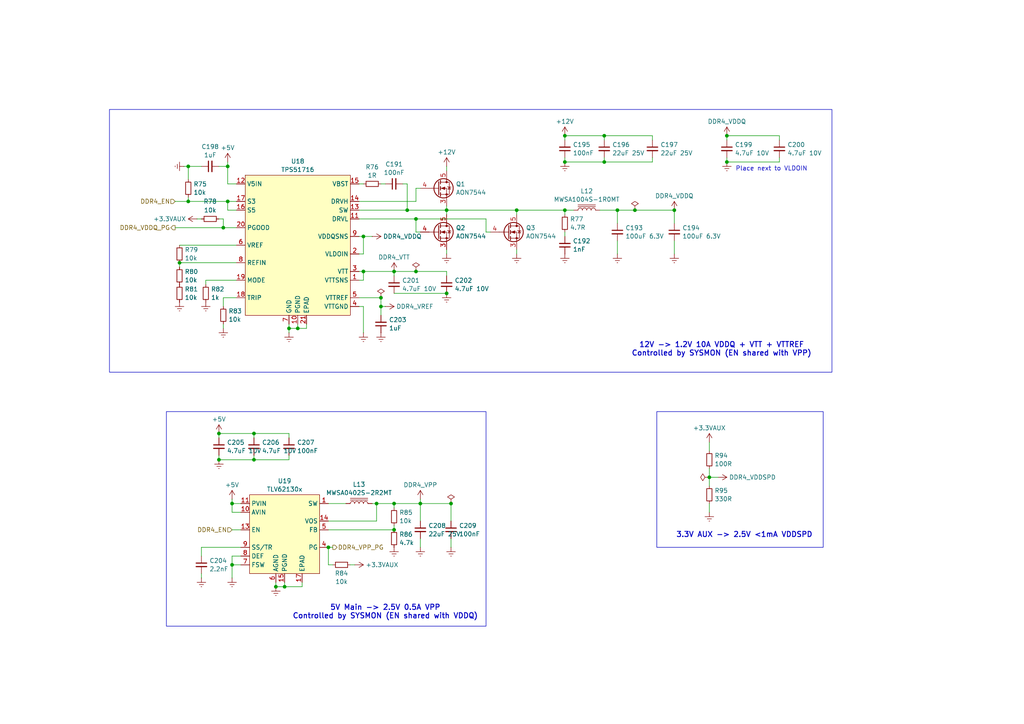
<source format=kicad_sch>
(kicad_sch (version 20231120) (generator "eeschema") (generator_version "8.0")
  (paper "A4")
  (title_block (title "Power DDR4 SODIMM"))
  (lib_symbols
    (symbol "CHIPSAlliance_Power:PWR_FLAG" (power) (pin_numbers hide) (pin_names (offset 0) hide)
      (property "Value" "PWR_FLAG" (at 0 3.81 0))
      (symbol "PWR_FLAG_0_0"
        (pin power_out line (at 0 0 90) (length 0) (name "pwr") (number "1"))
      )
      (symbol "PWR_FLAG_0_1"
        (polyline (pts (xy 0 0) (xy 0 1.27) (xy -1.016 1.905) (xy 0 2.54) (xy 1.016 1.905) (xy 0 1.27)))
      )
    )
    (symbol "CHIPSAlliance_Regulator_Switching:TLV62130x"
      (property "Reference" "U" (at 0 13.97 0))
      (property "Value" "TLV62130x" (at 0 11.43 0))
      (symbol "TLV62130x_0_0"
        (pin output line (at 12.7 7.62 180) (length 2.54) (name "SW") (number "1"))
        (pin power_in line (at -12.7 5.08 0) (length 2.54) (name "AVIN") (number "10"))
        (pin power_in line (at -12.7 7.62 0) (length 2.54) (name "PVIN") (number "11"))
        (pin passive line (at -12.7 7.62 0) (length 2.54) hide (name "PVIN") (number "12"))
        (pin input line (at -12.7 0 0) (length 2.54) (name "EN") (number "13"))
        (pin input line (at 12.7 2.54 180) (length 2.54) (name "VOS") (number "14"))
        (pin power_in line (at 0 -15.24 90) (length 2.54) (name "PGND") (number "15"))
        (pin passive line (at 0 -15.24 90) (length 2.54) hide (name "PGND") (number "16"))
        (pin power_in line (at 5.08 -15.24 90) (length 2.54) (name "EPAD") (number "17"))
        (pin passive line (at 12.7 7.62 180) (length 2.54) hide (name "SW") (number "2"))
        (pin passive line (at 12.7 7.62 180) (length 2.54) hide (name "SW") (number "3"))
        (pin open_collector line (at 12.7 -5.08 180) (length 2.54) (name "PG") (number "4"))
        (pin input line (at 12.7 0 180) (length 2.54) (name "FB") (number "5"))
        (pin power_in line (at -2.54 -15.24 90) (length 2.54) (name "AGND") (number "6"))
        (pin input line (at -12.7 -10.16 0) (length 2.54) (name "FSW") (number "7"))
        (pin input line (at -12.7 -7.62 0) (length 2.54) (name "DEF") (number "8"))
        (pin input line (at -12.7 -5.08 0) (length 2.54) (name "SS/TR") (number "9"))
      )
      (symbol "TLV62130x_1_1"
        (rectangle (start -10.16 10.16) (end 10.16 -12.7) (fill (type background)))
      )
    )
    (symbol "CHIPSAlliance_Regulator_Switching:TPS51716"
      (property "Reference" "U" (at 0 17.145 0))
      (property "Value" "TPS51716" (at 0 14.605 0))
      (symbol "TPS51716_0_0"
        (pin input line (at 17.78 -17.78 180) (length 2.54) (name "VTTSNS") (number "1"))
        (pin power_in line (at 0 -30.48 90) (length 2.54) (name "PGND") (number "10"))
        (pin output line (at 17.78 0 180) (length 2.54) (name "DRVL") (number "11"))
        (pin power_in line (at -17.78 10.16 0) (length 2.54) (name "V5IN") (number "12"))
        (pin bidirectional line (at 17.78 2.54 180) (length 2.54) (name "SW") (number "13"))
        (pin output line (at 17.78 5.08 180) (length 2.54) (name "DRVH") (number "14"))
        (pin input line (at 17.78 10.16 180) (length 2.54) (name "VBST") (number "15"))
        (pin input line (at -17.78 2.54 0) (length 2.54) (name "S5") (number "16"))
        (pin input line (at -17.78 5.08 0) (length 2.54) (name "S3") (number "17"))
        (pin input line (at -17.78 -22.86 0) (length 2.54) (name "TRIP") (number "18"))
        (pin input line (at -17.78 -17.78 0) (length 2.54) (name "MODE") (number "19"))
        (pin input line (at 17.78 -10.16 180) (length 2.54) (name "VLDOIN") (number "2"))
        (pin open_collector line (at -17.78 -2.54 0) (length 2.54) (name "PGOOD") (number "20"))
        (pin power_in line (at 2.54 -30.48 90) (length 2.54) (name "EPAD") (number "21"))
        (pin power_out line (at 17.78 -15.24 180) (length 2.54) (name "VTT") (number "3"))
        (pin power_in line (at 17.78 -25.4 180) (length 2.54) (name "VTTGND") (number "4"))
        (pin power_out line (at 17.78 -22.86 180) (length 2.54) (name "VTTREF") (number "5"))
        (pin power_out line (at -17.78 -7.62 0) (length 2.54) (name "VREF") (number "6"))
        (pin power_in line (at -2.54 -30.48 90) (length 2.54) (name "GND") (number "7"))
        (pin input line (at -17.78 -12.7 0) (length 2.54) (name "REFIN") (number "8"))
        (pin input line (at 17.78 -5.08 180) (length 2.54) (name "VDDQSNS") (number "9"))
      )
      (symbol "TPS51716_1_1"
        (rectangle (start -15.24 12.7) (end 15.24 -27.94) (fill (type background)))
      )
    )
    (symbol "CHIPSAlliance_Transistor_FET:AON7544" (pin_names (offset 0) hide)
      (property "Reference" "Q" (at 5.08 1.27 0))
      (property "Value" "AON7544" (at 5.08 -1.27 0))
      (symbol "AON7544_0_1"
        (polyline (pts (xy 0.254 0) (xy -2.54 0)))
        (polyline (pts (xy 0.254 1.905) (xy 0.254 -1.905)) (stroke (width 0.254)))
        (polyline (pts (xy 0.762 -1.27) (xy 0.762 -2.286)) (stroke (width 0.254)))
        (polyline (pts (xy 0.762 0.508) (xy 0.762 -0.508)) (stroke (width 0.254)))
        (polyline (pts (xy 0.762 2.286) (xy 0.762 1.27)) (stroke (width 0.254)))
        (polyline (pts (xy 2.54 2.54) (xy 2.54 1.778)))
        (polyline (pts (xy 2.54 -2.54) (xy 2.54 0) (xy 0.762 0)))
        (polyline (pts (xy 0.762 -1.778) (xy 3.302 -1.778) (xy 3.302 1.778) (xy 0.762 1.778)))
        (polyline (pts (xy 1.016 0) (xy 2.032 0.381) (xy 2.032 -0.381) (xy 1.016 0)) (fill (type outline)))
        (polyline (pts (xy 2.794 0.508) (xy 2.921 0.381) (xy 3.683 0.381) (xy 3.81 0.254)))
        (polyline (pts (xy 3.302 0.381) (xy 2.921 -0.254) (xy 3.683 -0.254) (xy 3.302 0.381)))
        (circle (center 1.651 0) (radius 2.794) (stroke (width 0.254)))
        (circle (center 2.54 -1.778) (radius 0.254) (fill (type outline)))
        (circle (center 2.54 1.778) (radius 0.254) (fill (type outline)))
      )
      (symbol "AON7544_1_1"
        (pin passive line (at 2.54 -5.08 90) (length 2.54) hide (name "S") (number "1"))
        (pin passive line (at 2.54 -5.08 90) (length 2.54) hide (name "S") (number "2"))
        (pin passive line (at 2.54 -5.08 90) (length 2.54) (name "S") (number "3"))
        (pin input line (at -5.08 0 0) (length 2.54) (name "G") (number "4"))
        (pin passive line (at 2.54 5.08 270) (length 2.54) (name "D") (number "5"))
      )
    )
    (symbol "Device:C_Small" (pin_numbers hide) (pin_names (offset 0.254) hide)
      (property "Reference" "C" (at 0.254 1.778 0))
      (property "Value" "C_Small" (at 0.254 -2.032 0))
      (symbol "C_Small_0_1"
        (polyline (pts (xy -1.524 -0.508) (xy 1.524 -0.508)) (stroke (width 0.3302)))
        (polyline (pts (xy -1.524 0.508) (xy 1.524 0.508)) (stroke (width 0.3048)))
      )
      (symbol "C_Small_1_1"
        (pin passive line (at 0 2.54 270) (length 2.032) (name "~") (number "1"))
        (pin passive line (at 0 -2.54 90) (length 2.032) (name "~") (number "2"))
      )
    )
    (symbol "Device:L_Iron" (pin_numbers hide) (pin_names (offset 1.016) hide)
      (property "Reference" "L" (at -1.27 0 90))
      (property "Value" "L_Iron" (at 2.794 0 90))
      (symbol "L_Iron_0_1"
        (arc (start 0 -2.54) (mid 0.6323 -1.905) (end 0 -1.27))
        (arc (start 0 -1.27) (mid 0.6323 -0.635) (end 0 0))
        (polyline (pts (xy 1.016 2.54) (xy 1.016 -2.54)))
        (polyline (pts (xy 1.524 -2.54) (xy 1.524 2.54)))
        (arc (start 0 0) (mid 0.6323 0.635) (end 0 1.27))
        (arc (start 0 1.27) (mid 0.6323 1.905) (end 0 2.54))
      )
      (symbol "L_Iron_1_1"
        (pin passive line (at 0 3.81 270) (length 1.27) (name "1") (number "1"))
        (pin passive line (at 0 -3.81 90) (length 1.27) (name "2") (number "2"))
      )
    )
    (symbol "Device:R_Small" (pin_numbers hide) (pin_names (offset 0.254) hide)
      (property "Reference" "R" (at 0.762 0.508 0))
      (property "Value" "R_Small" (at 0.762 -1.016 0))
      (symbol "R_Small_0_1"
        (rectangle (start -0.762 1.778) (end 0.762 -1.778) (stroke (width 0.2032)))
      )
      (symbol "R_Small_1_1"
        (pin passive line (at 0 2.54 270) (length 0.762) (name "~") (number "1"))
        (pin passive line (at 0 -2.54 90) (length 0.762) (name "~") (number "2"))
      )
    )
    (symbol "power:+12V" (power) (pin_numbers hide) (pin_names (offset 0) hide)
      (property "Value" "+12V" (at 0 3.556 0))
      (symbol "+12V_0_1"
        (polyline (pts (xy -0.762 1.27) (xy 0 2.54)))
        (polyline (pts (xy 0 0) (xy 0 2.54)))
        (polyline (pts (xy 0 2.54) (xy 0.762 1.27)))
      )
      (symbol "+12V_1_1"
        (pin power_in line (at 0 0 90) (length 0) (name "~") (number "1"))
      )
    )
    (symbol "power:+5V" (power) (pin_numbers hide) (pin_names (offset 0) hide)
      (property "Value" "+5V" (at 0 3.556 0))
      (symbol "+5V_0_1"
        (polyline (pts (xy -0.762 1.27) (xy 0 2.54)))
        (polyline (pts (xy 0 0) (xy 0 2.54)))
        (polyline (pts (xy 0 2.54) (xy 0.762 1.27)))
      )
      (symbol "+5V_1_1"
        (pin power_in line (at 0 0 90) (length 0) (name "~") (number "1"))
      )
    )
    (symbol "power:Earth" (power) (pin_numbers hide) (pin_names (offset 0) hide)
      (property "Value" "Earth" (at 0 -3.81 0))
      (symbol "Earth_0_1"
        (polyline (pts (xy -0.635 -1.905) (xy 0.635 -1.905)))
        (polyline (pts (xy -0.127 -2.54) (xy 0.127 -2.54)))
        (polyline (pts (xy 0 -1.27) (xy 0 0)))
        (polyline (pts (xy 1.27 -1.27) (xy -1.27 -1.27)))
      )
      (symbol "Earth_1_1"
        (pin power_in line (at 0 0 270) (length 0) (name "~") (number "1"))
      )
    )
  )
  (junction (at 109.22 146.05))
  (junction (at 114.3 153.67))
  (junction (at 129.54 60.96))
  (junction (at 105.41 68.58))
  (junction (at 80.01 170.18))
  (junction (at 52.07 76.2))
  (junction (at 120.65 63.5))
  (junction (at 118.11 60.96))
  (junction (at 210.82 46.99))
  (junction (at 73.66 125.73))
  (junction (at 184.15 60.96))
  (junction (at 64.77 66.04))
  (junction (at 175.26 46.99))
  (junction (at 67.31 146.05))
  (junction (at 195.58 60.96))
  (junction (at 54.61 48.26))
  (junction (at 179.07 60.96))
  (junction (at 95.25 158.75))
  (junction (at 205.74 138.43))
  (junction (at 120.65 78.74))
  (junction (at 82.55 170.18))
  (junction (at 67.31 163.83))
  (junction (at 163.83 46.99))
  (junction (at 63.5 133.35))
  (junction (at 210.82 39.37))
  (junction (at 73.66 133.35))
  (junction (at 114.3 146.05))
  (junction (at 130.81 146.05))
  (junction (at 54.61 58.42))
  (junction (at 110.49 86.36))
  (junction (at 121.92 146.05))
  (junction (at 149.86 60.96))
  (junction (at 114.3 78.74))
  (junction (at 110.49 88.9))
  (junction (at 63.5 125.73))
  (junction (at 163.83 39.37))
  (junction (at 66.04 48.26))
  (junction (at 129.54 85.09))
  (junction (at 66.04 58.42))
  (junction (at 175.26 39.37))
  (junction (at 86.36 95.25))
  (junction (at 83.82 95.25))
  (junction (at 163.83 60.96))
  (junction (at 105.41 78.74))
  (wire (pts (xy 205.74 135.89) (xy 205.74 138.43)))
  (wire (pts (xy 67.31 161.29) (xy 69.85 161.29)))
  (wire (pts (xy 68.58 53.34) (xy 66.04 53.34)))
  (wire (pts (xy 88.9 95.25) (xy 86.36 95.25)))
  (wire (pts (xy 52.07 77.47) (xy 52.07 76.2)))
  (wire (pts (xy 205.74 138.43) (xy 208.28 138.43)))
  (wire (pts (xy 67.31 146.05) (xy 67.31 144.78)))
  (wire (pts (xy 129.54 60.96) (xy 149.86 60.96)))
  (wire (pts (xy 130.81 151.13) (xy 130.81 146.05)))
  (wire (pts (xy 54.61 48.26) (xy 54.61 52.07)))
  (wire (pts (xy 195.58 60.96) (xy 195.58 64.77)))
  (wire (pts (xy 110.49 88.9) (xy 111.76 88.9)))
  (wire (pts (xy 59.69 82.55) (xy 59.69 81.28)))
  (wire (pts (xy 163.83 39.37) (xy 175.26 39.37)))
  (wire (pts (xy 114.3 146.05) (xy 114.3 147.32)))
  (wire (pts (xy 104.14 78.74) (xy 105.41 78.74)))
  (wire (pts (xy 120.65 78.74) (xy 114.3 78.74)))
  (wire (pts (xy 83.82 95.25) (xy 83.82 96.52)))
  (wire (pts (xy 105.41 68.58) (xy 105.41 73.66)))
  (wire (pts (xy 104.14 63.5) (xy 120.65 63.5)))
  (wire (pts (xy 86.36 93.98) (xy 86.36 95.25)))
  (wire (pts (xy 226.06 40.64) (xy 226.06 39.37)))
  (wire (pts (xy 120.65 58.42) (xy 120.65 54.61)))
  (wire (pts (xy 95.25 163.83) (xy 96.52 163.83)))
  (wire (pts (xy 210.82 45.72) (xy 210.82 46.99)))
  (wire (pts (xy 120.65 54.61) (xy 121.92 54.61)))
  (wire (pts (xy 110.49 53.34) (xy 111.76 53.34)))
  (wire (pts (xy 59.69 81.28) (xy 68.58 81.28)))
  (wire (pts (xy 64.77 93.98) (xy 64.77 95.25)))
  (wire (pts (xy 64.77 86.36) (xy 68.58 86.36)))
  (wire (pts (xy 104.14 58.42) (xy 120.65 58.42)))
  (wire (pts (xy 54.61 48.26) (xy 58.42 48.26)))
  (wire (pts (xy 66.04 58.42) (xy 68.58 58.42)))
  (wire (pts (xy 52.07 76.2) (xy 68.58 76.2)))
  (wire (pts (xy 87.63 170.18) (xy 82.55 170.18)))
  (wire (pts (xy 82.55 170.18) (xy 80.01 170.18)))
  (wire (pts (xy 104.14 86.36) (xy 110.49 86.36)))
  (wire (pts (xy 104.14 68.58) (xy 105.41 68.58)))
  (wire (pts (xy 129.54 48.26) (xy 129.54 49.53)))
  (wire (pts (xy 83.82 127) (xy 83.82 125.73)))
  (wire (pts (xy 175.26 46.99) (xy 189.23 46.99)))
  (wire (pts (xy 210.82 46.99) (xy 226.06 46.99)))
  (wire (pts (xy 149.86 60.96) (xy 149.86 62.23)))
  (wire (pts (xy 140.97 67.31) (xy 142.24 67.31)))
  (wire (pts (xy 163.83 62.23) (xy 163.83 60.96)))
  (wire (pts (xy 175.26 39.37) (xy 175.26 40.64)))
  (wire (pts (xy 95.25 158.75) (xy 95.25 163.83)))
  (wire (pts (xy 114.3 85.09) (xy 129.54 85.09)))
  (wire (pts (xy 210.82 39.37) (xy 226.06 39.37)))
  (wire (pts (xy 67.31 167.64) (xy 67.31 163.83)))
  (wire (pts (xy 105.41 73.66) (xy 104.14 73.66)))
  (wire (pts (xy 69.85 148.59) (xy 67.31 148.59)))
  (wire (pts (xy 83.82 132.08) (xy 83.82 133.35)))
  (wire (pts (xy 179.07 60.96) (xy 184.15 60.96)))
  (wire (pts (xy 179.07 60.96) (xy 179.07 64.77)))
  (wire (pts (xy 129.54 80.01) (xy 129.54 78.74)))
  (wire (pts (xy 130.81 156.21) (xy 130.81 158.75)))
  (wire (pts (xy 205.74 128.27) (xy 205.74 130.81)))
  (wire (pts (xy 149.86 60.96) (xy 163.83 60.96)))
  (wire (pts (xy 63.5 133.35) (xy 73.66 133.35)))
  (wire (pts (xy 95.25 151.13) (xy 109.22 151.13)))
  (wire (pts (xy 64.77 88.9) (xy 64.77 86.36)))
  (wire (pts (xy 54.61 57.15) (xy 54.61 58.42)))
  (wire (pts (xy 130.81 146.05) (xy 121.92 146.05)))
  (wire (pts (xy 58.42 161.29) (xy 58.42 158.75)))
  (wire (pts (xy 175.26 45.72) (xy 175.26 46.99)))
  (wire (pts (xy 109.22 151.13) (xy 109.22 146.05)))
  (wire (pts (xy 129.54 60.96) (xy 129.54 62.23)))
  (wire (pts (xy 63.5 48.26) (xy 66.04 48.26)))
  (wire (pts (xy 86.36 95.25) (xy 83.82 95.25)))
  (wire (pts (xy 105.41 81.28) (xy 105.41 78.74)))
  (wire (pts (xy 82.55 168.91) (xy 82.55 170.18)))
  (wire (pts (xy 104.14 81.28) (xy 105.41 81.28)))
  (wire (pts (xy 189.23 40.64) (xy 189.23 39.37)))
  (wire (pts (xy 205.74 138.43) (xy 205.74 140.97)))
  (wire (pts (xy 175.26 39.37) (xy 189.23 39.37)))
  (wire (pts (xy 58.42 166.37) (xy 58.42 167.64)))
  (wire (pts (xy 63.5 63.5) (xy 64.77 63.5)))
  (wire (pts (xy 50.8 66.04) (xy 64.77 66.04)))
  (wire (pts (xy 163.83 39.37) (xy 163.83 40.64)))
  (wire (pts (xy 149.86 72.39) (xy 149.86 73.66)))
  (wire (pts (xy 53.34 48.26) (xy 54.61 48.26)))
  (wire (pts (xy 114.3 152.4) (xy 114.3 153.67)))
  (wire (pts (xy 205.74 146.05) (xy 205.74 148.59)))
  (wire (pts (xy 63.5 132.08) (xy 63.5 133.35)))
  (wire (pts (xy 67.31 163.83) (xy 69.85 163.83)))
  (wire (pts (xy 73.66 133.35) (xy 83.82 133.35)))
  (wire (pts (xy 184.15 60.96) (xy 195.58 60.96)))
  (wire (pts (xy 195.58 69.85) (xy 195.58 73.66)))
  (wire (pts (xy 129.54 72.39) (xy 129.54 73.66)))
  (wire (pts (xy 121.92 144.78) (xy 121.92 146.05)))
  (wire (pts (xy 52.07 71.12) (xy 68.58 71.12)))
  (wire (pts (xy 129.54 78.74) (xy 120.65 78.74)))
  (wire (pts (xy 105.41 96.52) (xy 105.41 88.9)))
  (wire (pts (xy 121.92 146.05) (xy 121.92 151.13)))
  (wire (pts (xy 73.66 132.08) (xy 73.66 133.35)))
  (wire (pts (xy 120.65 63.5) (xy 120.65 67.31)))
  (wire (pts (xy 163.83 67.31) (xy 163.83 68.58)))
  (wire (pts (xy 73.66 125.73) (xy 63.5 125.73)))
  (wire (pts (xy 163.83 46.99) (xy 175.26 46.99)))
  (wire (pts (xy 121.92 156.21) (xy 121.92 158.75)))
  (wire (pts (xy 66.04 53.34) (xy 66.04 48.26)))
  (wire (pts (xy 73.66 125.73) (xy 73.66 127)))
  (wire (pts (xy 87.63 168.91) (xy 87.63 170.18)))
  (wire (pts (xy 121.92 146.05) (xy 114.3 146.05)))
  (wire (pts (xy 189.23 45.72) (xy 189.23 46.99)))
  (wire (pts (xy 54.61 58.42) (xy 66.04 58.42)))
  (wire (pts (xy 129.54 59.69) (xy 129.54 60.96)))
  (wire (pts (xy 140.97 67.31) (xy 140.97 63.5)))
  (wire (pts (xy 105.41 88.9) (xy 104.14 88.9)))
  (wire (pts (xy 101.6 163.83) (xy 102.87 163.83)))
  (wire (pts (xy 179.07 69.85) (xy 179.07 73.66)))
  (wire (pts (xy 173.99 60.96) (xy 179.07 60.96)))
  (wire (pts (xy 63.5 125.73) (xy 63.5 127)))
  (wire (pts (xy 109.22 146.05) (xy 107.95 146.05)))
  (wire (pts (xy 68.58 60.96) (xy 66.04 60.96)))
  (wire (pts (xy 226.06 45.72) (xy 226.06 46.99)))
  (wire (pts (xy 67.31 146.05) (xy 69.85 146.05)))
  (wire (pts (xy 105.41 68.58) (xy 107.95 68.58)))
  (wire (pts (xy 80.01 168.91) (xy 80.01 170.18)))
  (wire (pts (xy 88.9 93.98) (xy 88.9 95.25)))
  (wire (pts (xy 163.83 45.72) (xy 163.83 46.99)))
  (wire (pts (xy 109.22 146.05) (xy 114.3 146.05)))
  (wire (pts (xy 64.77 63.5) (xy 64.77 66.04)))
  (wire (pts (xy 95.25 158.75) (xy 96.52 158.75)))
  (wire (pts (xy 67.31 153.67) (xy 69.85 153.67)))
  (wire (pts (xy 83.82 93.98) (xy 83.82 95.25)))
  (wire (pts (xy 57.15 63.5) (xy 58.42 63.5)))
  (wire (pts (xy 50.8 58.42) (xy 54.61 58.42)))
  (wire (pts (xy 64.77 66.04) (xy 68.58 66.04)))
  (wire (pts (xy 104.14 53.34) (xy 105.41 53.34)))
  (wire (pts (xy 66.04 60.96) (xy 66.04 58.42)))
  (wire (pts (xy 110.49 88.9) (xy 110.49 91.44)))
  (wire (pts (xy 104.14 60.96) (xy 118.11 60.96)))
  (wire (pts (xy 66.04 48.26) (xy 66.04 46.99)))
  (wire (pts (xy 118.11 60.96) (xy 129.54 60.96)))
  (wire (pts (xy 67.31 148.59) (xy 67.31 146.05)))
  (wire (pts (xy 83.82 125.73) (xy 73.66 125.73)))
  (wire (pts (xy 210.82 39.37) (xy 210.82 40.64)))
  (wire (pts (xy 95.25 153.67) (xy 114.3 153.67)))
  (wire (pts (xy 58.42 158.75) (xy 69.85 158.75)))
  (wire (pts (xy 105.41 78.74) (xy 114.3 78.74)))
  (wire (pts (xy 110.49 86.36) (xy 110.49 88.9)))
  (wire (pts (xy 118.11 60.96) (xy 118.11 53.34)))
  (wire (pts (xy 120.65 67.31) (xy 121.92 67.31)))
  (wire (pts (xy 95.25 146.05) (xy 100.33 146.05)))
  (wire (pts (xy 67.31 163.83) (xy 67.31 161.29)))
  (wire (pts (xy 140.97 63.5) (xy 120.65 63.5)))
  (wire (pts (xy 118.11 53.34) (xy 116.84 53.34)))
  (wire (pts (xy 163.83 60.96) (xy 166.37 60.96)))
  (wire (pts (xy 114.3 78.74) (xy 114.3 80.01)))
  (rectangle (start 31.75 31.75) (end 241.3 107.95))
  (rectangle (start 190.5 119.38) (end 238.76 158.75))
  (rectangle (start 48.26 119.38) (end 140.97 181.61))
  (text "5V Main -> 2.5V 0.5A VPP\nControlled by SYSMON (EN shared with VDDQ)" (at 111.76 177.546 0) (effects (font (size 1.524 1.524) (thickness 0.254) (bold yes))))
  (text "3.3V AUX -> 2.5V <1mA VDDSPD" (at 215.9 155.194 0) (effects (font (size 1.524 1.524) (thickness 0.254) (bold yes))))
  (text "Place next to VLDOIN" (at 223.774 49.022 0) (effects (font (size 1.27 1.27))))
  (text "12V -> 1.2V 10A VDDQ + VTT + VTTREF\nControlled by SYSMON (EN shared with VPP)" (at 209.296 101.346 0) (effects (font (size 1.524 1.524) (thickness 0.254) (bold yes))))
  (hierarchical_label "DDR4_VDDQ_PG" (shape output) (at 50.8 66.04 180))
  (hierarchical_label "DDR4_EN" (shape input) (at 50.8 58.42 180))
  (hierarchical_label "DDR4_EN" (shape input) (at 67.31 153.67 180))
  (hierarchical_label "DDR4_VPP_PG" (shape output) (at 96.52 158.75 0))
  (symbol (lib_id "CHIPSAlliance_Transistor_FET:AON7544") (at 147.32 67.31 0) (unit 1)
    (property "Reference" "Q3" (at 152.527 66.0978 0) (effects (justify left)))
    (property "Value" "AON7544" (at 152.527 68.5221 0) (effects (justify left)))
    (property "Footprint" "CHIPSAlliance_Package_DFN_QFN:AO_DFN3x3A_8L_EP1_P_DFN-10-1EP_3x3mm_P0.65mm_EP1.98x2.45mm" (effects (hide yes)))
    (property "Datasheet" "https://atta.szlcsc.com/upload/public/pdf/source/20190614/C315567_E434D67BCCEB23ABC813CC1BF26EA614.pdf" (effects (hide yes)))
    (property "Description" "30V N-Channel AlphaMOS" (effects (hide yes)))
  )
  (symbol (lib_id "power:+12V") (at 195.58 60.96 0) (unit 1)
    (property "Reference" "#PWR0228" (effects (hide yes)))
    (property "Value" "DDR4_VDDQ" (at 195.58 56.8269 0))
    (property "Description" "Power symbol creates a global label with name \"DDR4_VDDQ\"" (effects (hide yes)))
  )
  (symbol (lib_id "Device:C_Small") (at 163.83 43.18 180) (unit 1)
    (property "Reference" "C195" (at 166.1541 41.9614 0) (effects (justify right)))
    (property "Value" "100nF" (at 166.1541 44.3857 0) (effects (justify right)))
    (property "Footprint" "Capacitor_SMD:C_0402_1005Metric" (effects (hide yes)))
    (property "Description" "Unpolarized capacitor, small symbol" (effects (hide yes)))
  )
  (symbol (lib_id "power:Earth") (at 105.41 96.52 0) (unit 1)
    (property "Reference" "#PWR0221" (effects (hide yes)))
    (property "Value" "Earth" (effects (hide yes)))
    (property "Description" "Power symbol creates a global label with name \"Earth\"" (effects (hide yes)))
  )
  (symbol (lib_id "Device:R_Small") (at 60.96 63.5 90) (unit 1)
    (property "Reference" "R78" (at 60.96 58.42 90))
    (property "Value" "10k" (at 60.96 60.96 90))
    (property "Footprint" "Resistor_SMD:R_0402_1005Metric" (effects (hide yes)))
    (property "Description" "Resistor, small symbol" (effects (hide yes)))
  )
  (symbol (lib_id "power:+12V") (at 111.76 88.9 270) (unit 1)
    (property "Reference" "#PWR0240" (effects (hide yes)))
    (property "Value" "DDR4_VREF" (at 114.935 88.9 90) (effects (justify left)))
    (property "Description" "Power symbol creates a global label with name \"DDR4_VREF\"" (effects (hide yes)))
  )
  (symbol (lib_id "power:+5V") (at 63.5 125.73 0) (unit 1)
    (property "Reference" "#PWR0243" (effects (hide yes)))
    (property "Value" "+5V" (at 63.5 121.5969 0))
    (property "Description" "Power symbol creates a global label with name \"+5V\"" (effects (hide yes)))
  )
  (symbol (lib_id "Device:C_Small") (at 73.66 129.54 0) (unit 1)
    (property "Reference" "C206" (at 75.9841 128.3341 0) (effects (justify left)))
    (property "Value" "4.7uF 10V" (at 75.9841 130.7584 0) (effects (justify left)))
    (property "Footprint" "Capacitor_SMD:C_0402_1005Metric" (effects (hide yes)))
    (property "Description" "Unpolarized capacitor, small symbol" (effects (hide yes)))
  )
  (symbol (lib_id "power:Earth") (at 130.81 158.75 0) (unit 1)
    (property "Reference" "#PWR0252" (effects (hide yes)))
    (property "Value" "Earth" (effects (hide yes)))
    (property "Description" "Power symbol creates a global label with name \"Earth\"" (effects (hide yes)))
  )
  (symbol (lib_id "Device:C_Small") (at 58.42 163.83 0) (unit 1)
    (property "Reference" "C204" (at 60.7441 162.6241 0) (effects (justify left)))
    (property "Value" "2.2nF" (at 60.7441 165.0484 0) (effects (justify left)))
    (property "Footprint" "Capacitor_SMD:C_0402_1005Metric" (effects (hide yes)))
    (property "Description" "Unpolarized capacitor, small symbol" (effects (hide yes)))
  )
  (symbol (lib_id "power:+5V") (at 121.92 144.78 0) (unit 1)
    (property "Reference" "#PWR0250" (effects (hide yes)))
    (property "Value" "DDR4_VPP" (at 121.92 140.6469 0))
    (property "Description" "Power symbol creates a global label with \"DDR4_VPP\"" (effects (hide yes)))
  )
  (symbol (lib_id "Device:L_Iron") (at 170.18 60.96 90) (unit 1)
    (property "Reference" "L12" (at 170.18 55.4185 90))
    (property "Value" "MWSA1004S-1R0MT" (at 170.18 57.8428 90))
    (property "Footprint" "Inductor_SMD:L_Sunlord_MWSA1004S" (effects (hide yes)))
    (property "Datasheet" "https://atta.szlcsc.com/upload/public/pdf/source/20231024/D9DB0CBBB5804BFBC9233D4A02F4216A.pdf" (effects (hide yes)))
    (property "Description" "Inductor with iron core" (effects (hide yes)))
    (property "LCSC Part" "C408480" (effects (hide yes)))
  )
  (symbol (lib_id "power:+12V") (at 205.74 128.27 0) (unit 1)
    (property "Reference" "#PWR0274" (effects (hide yes)))
    (property "Value" "+3.3VAUX" (at 205.74 124.1369 0))
    (property "Description" "Power symbol creates a global label with name \"+3.3VAUX\"" (effects (hide yes)))
  )
  (symbol (lib_id "CHIPSAlliance_Transistor_FET:AON7544") (at 127 67.31 0) (unit 1)
    (property "Reference" "Q2" (at 132.207 66.0978 0) (effects (justify left)))
    (property "Value" "AON7544" (at 132.207 68.5221 0) (effects (justify left)))
    (property "Footprint" "CHIPSAlliance_Package_DFN_QFN:AO_DFN3x3A_8L_EP1_P_DFN-10-1EP_3x3mm_P0.65mm_EP1.98x2.45mm" (effects (hide yes)))
    (property "Datasheet" "https://atta.szlcsc.com/upload/public/pdf/source/20190614/C315567_E434D67BCCEB23ABC813CC1BF26EA614.pdf" (effects (hide yes)))
    (property "Description" "30V N-Channel AlphaMOS" (effects (hide yes)))
  )
  (symbol (lib_id "CHIPSAlliance_Regulator_Switching:TPS51716") (at 86.36 63.5 0) (unit 1)
    (property "Reference" "U18" (at 86.36 46.7825 0))
    (property "Value" "TPS51716" (at 86.36 49.2068 0))
    (property "Footprint" "Package_DFN_QFN:WQFN-20-1EP_3x3mm_P0.4mm_EP1.7x1.7mm" (effects (hide yes)))
    (property "Datasheet" "https://www.ti.com/lit/ds/symlink/tps51716.pdf" (effects (hide yes)))
    (property "Description" "Complete DDR2, DDR3, DDR3L, LPDDR3, and DDR4 Memory Power Solution Synchronous Buck Controller, 2-A LDO, With Buffered Reference" (effects (hide yes)))
  )
  (symbol (lib_id "power:+12V") (at 210.82 39.37 0) (unit 1)
    (property "Reference" "#PWR0236" (effects (hide yes)))
    (property "Value" "DDR4_VDDQ" (at 210.82 35.2369 0))
    (property "Description" "Power symbol creates a global label with name \"DDR4_VDDQ\"" (effects (hide yes)))
  )
  (symbol (lib_id "CHIPSAlliance_Power:PWR_FLAG") (at 184.15 60.96 0) (unit 1)
    (property "Reference" "#FLG012" (effects (hide yes)))
    (property "Value" "PWR_FLAG" (effects (hide yes)))
    (property "Description" "Special symbol for telling ERC where power comes from" (effects (hide yes)))
  )
  (symbol (lib_id "power:Earth") (at 58.42 167.64 0) (unit 1)
    (property "Reference" "#PWR0242" (effects (hide yes)))
    (property "Value" "Earth" (effects (hide yes)))
    (property "Description" "Power symbol creates a global label with name \"Earth\"" (effects (hide yes)))
  )
  (symbol (lib_id "power:Earth") (at 83.82 96.52 0) (unit 1)
    (property "Reference" "#PWR0220" (effects (hide yes)))
    (property "Value" "Earth" (effects (hide yes)))
    (property "Description" "Power symbol creates a global label with name \"Earth\"" (effects (hide yes)))
  )
  (symbol (lib_id "power:Earth") (at 59.69 87.63 0) (unit 1)
    (property "Reference" "#PWR0233" (effects (hide yes)))
    (property "Value" "Earth" (effects (hide yes)))
    (property "Description" "Power symbol creates a global label with name \"Earth\"" (effects (hide yes)))
  )
  (symbol (lib_id "power:Earth") (at 210.82 46.99 0) (unit 1)
    (property "Reference" "#PWR0237" (effects (hide yes)))
    (property "Value" "Earth" (effects (hide yes)))
    (property "Description" "Power symbol creates a global label with name \"Earth\"" (effects (hide yes)))
  )
  (symbol (lib_id "power:Earth") (at 129.54 85.09 0) (unit 1)
    (property "Reference" "#PWR0238" (effects (hide yes)))
    (property "Value" "Earth" (effects (hide yes)))
    (property "Description" "Power symbol creates a global label with name \"Earth\"" (effects (hide yes)))
  )
  (symbol (lib_id "Device:R_Small") (at 107.95 53.34 90) (unit 1)
    (property "Reference" "R76" (at 107.95 48.4589 90))
    (property "Value" "1R" (at 107.95 50.8832 90))
    (property "Footprint" "Resistor_SMD:R_0402_1005Metric" (effects (hide yes)))
    (property "Description" "Resistor, small symbol" (effects (hide yes)))
  )
  (symbol (lib_id "power:+5V") (at 66.04 46.99 0) (unit 1)
    (property "Reference" "#PWR0216" (effects (hide yes)))
    (property "Value" "+5V" (at 66.04 42.8569 0))
    (property "Description" "Power symbol creates a global label with name \"+5V\"" (effects (hide yes)))
  )
  (symbol (lib_id "power:Earth") (at 163.83 46.99 0) (unit 1)
    (property "Reference" "#PWR0230" (effects (hide yes)))
    (property "Value" "Earth" (effects (hide yes)))
    (property "Description" "Power symbol creates a global label with name \"Earth\"" (effects (hide yes)))
  )
  (symbol (lib_id "Device:R_Small") (at 52.07 85.09 180) (unit 1)
    (property "Reference" "R81" (at 53.5686 83.8778 0) (effects (justify right)))
    (property "Value" "10k" (at 53.5686 86.3021 0) (effects (justify right)))
    (property "Footprint" "Resistor_SMD:R_0402_1005Metric" (effects (hide yes)))
    (property "Description" "Resistor, small symbol" (effects (hide yes)))
  )
  (symbol (lib_id "Device:R_Small") (at 163.83 64.77 180) (unit 1)
    (property "Reference" "R77" (at 165.3286 63.5578 0) (effects (justify right)))
    (property "Value" "4.7R" (at 165.3286 65.9821 0) (effects (justify right)))
    (property "Footprint" "Resistor_SMD:R_0402_1005Metric" (effects (hide yes)))
    (property "Description" "Resistor, small symbol" (effects (hide yes)))
  )
  (symbol (lib_id "power:+12V") (at 163.83 39.37 0) (unit 1)
    (property "Reference" "#PWR0229" (effects (hide yes)))
    (property "Value" "+12V" (at 163.83 35.2369 0))
    (property "Description" "Power symbol creates a global label with name \"+12V\"" (effects (hide yes)))
  )
  (symbol (lib_id "power:Earth") (at 121.92 158.75 0) (unit 1)
    (property "Reference" "#PWR0251" (effects (hide yes)))
    (property "Value" "Earth" (effects (hide yes)))
    (property "Description" "Power symbol creates a global label with name \"Earth\"" (effects (hide yes)))
  )
  (symbol (lib_id "Device:R_Small") (at 54.61 54.61 0) (unit 1)
    (property "Reference" "R75" (at 56.1086 53.3978 0) (effects (justify left)))
    (property "Value" "10k" (at 56.1086 55.8221 0) (effects (justify left)))
    (property "Footprint" "Resistor_SMD:R_0402_1005Metric" (effects (hide yes)))
    (property "Description" "Resistor, small symbol" (effects (hide yes)))
  )
  (symbol (lib_id "Device:C_Small") (at 114.3 82.55 0) (unit 1)
    (property "Reference" "C201" (at 116.6241 81.3441 0) (effects (justify left)))
    (property "Value" "4.7uF 10V" (at 116.6241 83.7684 0) (effects (justify left)))
    (property "Footprint" "Capacitor_SMD:C_0402_1005Metric" (effects (hide yes)))
    (property "Description" "Unpolarized capacitor, small symbol" (effects (hide yes)))
  )
  (symbol (lib_id "Device:C_Small") (at 179.07 67.31 0) (unit 1)
    (property "Reference" "C193" (at 181.3941 66.1041 0) (effects (justify left)))
    (property "Value" "100uF 6.3V" (at 181.3941 68.5284 0) (effects (justify left)))
    (property "Footprint" "Capacitor_SMD:C_1206_3216Metric" (effects (hide yes)))
    (property "Description" "Unpolarized capacitor, small symbol" (effects (hide yes)))
  )
  (symbol (lib_id "Device:R_Small") (at 205.74 133.35 180) (unit 1)
    (property "Reference" "R94" (at 207.2386 132.1378 0) (effects (justify right)))
    (property "Value" "100R" (at 207.2386 134.5621 0) (effects (justify right)))
    (property "Footprint" "Resistor_SMD:R_0402_1005Metric" (effects (hide yes)))
    (property "Description" "Resistor, small symbol" (effects (hide yes)))
  )
  (symbol (lib_id "Device:R_Small") (at 205.74 143.51 180) (unit 1)
    (property "Reference" "R95" (at 207.2386 142.2978 0) (effects (justify right)))
    (property "Value" "330R" (at 207.2386 144.7221 0) (effects (justify right)))
    (property "Footprint" "Resistor_SMD:R_0402_1005Metric" (effects (hide yes)))
    (property "Description" "Resistor, small symbol" (effects (hide yes)))
  )
  (symbol (lib_id "Device:C_Small") (at 110.49 93.98 180) (unit 1)
    (property "Reference" "C203" (at 112.8141 92.7614 0) (effects (justify right)))
    (property "Value" "1uF" (at 112.8141 95.1857 0) (effects (justify right)))
    (property "Footprint" "Capacitor_SMD:C_0402_1005Metric" (effects (hide yes)))
    (property "Description" "Unpolarized capacitor, small symbol" (effects (hide yes)))
  )
  (symbol (lib_id "power:Earth") (at 163.83 73.66 0) (unit 1)
    (property "Reference" "#PWR0224" (effects (hide yes)))
    (property "Value" "Earth" (effects (hide yes)))
    (property "Description" "Power symbol creates a global label with name \"Earth\"" (effects (hide yes)))
  )
  (symbol (lib_id "Device:C_Small") (at 189.23 43.18 0) (unit 1)
    (property "Reference" "C197" (at 191.5541 41.9741 0) (effects (justify left)))
    (property "Value" "22uF 25V" (at 191.5541 44.3984 0) (effects (justify left)))
    (property "Footprint" "Capacitor_SMD:C_1206_3216Metric" (effects (hide yes)))
    (property "Description" "Unpolarized capacitor, small symbol" (effects (hide yes)))
  )
  (symbol (lib_id "Device:R_Small") (at 64.77 91.44 180) (unit 1)
    (property "Reference" "R83" (at 66.2686 90.2278 0) (effects (justify right)))
    (property "Value" "10k" (at 66.2686 92.6521 0) (effects (justify right)))
    (property "Footprint" "Resistor_SMD:R_0402_1005Metric" (effects (hide yes)))
    (property "Description" "Resistor, small symbol" (effects (hide yes)))
  )
  (symbol (lib_id "CHIPSAlliance_Power:PWR_FLAG") (at 110.49 86.36 0) (unit 1)
    (property "Reference" "#FLG014" (effects (hide yes)))
    (property "Value" "PWR_FLAG" (effects (hide yes)))
    (property "Description" "Special symbol for telling ERC where power comes from" (effects (hide yes)))
  )
  (symbol (lib_id "Device:L_Iron") (at 104.14 146.05 90) (unit 1)
    (property "Reference" "L13" (at 104.14 140.5085 90))
    (property "Value" "MWSA0402S-2R2MT" (at 104.14 142.9328 90))
    (property "Footprint" "Inductor_SMD:L_Sunlord_MWSA0402S" (effects (hide yes)))
    (property "Description" "2.2uH 4.5A" (effects (hide yes)))
    (property "LCSC Part" "C408335" (effects (hide yes)))
  )
  (symbol (lib_id "Device:R_Small") (at 52.07 80.01 180) (unit 1)
    (property "Reference" "R80" (at 53.5686 78.7978 0) (effects (justify right)))
    (property "Value" "10k" (at 53.5686 81.2221 0) (effects (justify right)))
    (property "Footprint" "Resistor_SMD:R_0402_1005Metric" (effects (hide yes)))
    (property "Description" "Resistor, small symbol" (effects (hide yes)))
  )
  (symbol (lib_id "power:Earth") (at 114.3 158.75 0) (unit 1)
    (property "Reference" "#PWR0249" (effects (hide yes)))
    (property "Value" "Earth" (effects (hide yes)))
    (property "Description" "Power symbol creates a global label with name \"Earth\"" (effects (hide yes)))
  )
  (symbol (lib_id "Device:R_Small") (at 59.69 85.09 180) (unit 1)
    (property "Reference" "R82" (at 61.1886 83.8778 0) (effects (justify right)))
    (property "Value" "1k" (at 61.1886 86.3021 0) (effects (justify right)))
    (property "Footprint" "Resistor_SMD:R_0402_1005Metric" (effects (hide yes)))
    (property "Description" "Resistor, small symbol" (effects (hide yes)))
  )
  (symbol (lib_id "Device:R_Small") (at 52.07 73.66 180) (unit 1)
    (property "Reference" "R79" (at 53.5686 72.4478 0) (effects (justify right)))
    (property "Value" "10k" (at 53.5686 74.8721 0) (effects (justify right)))
    (property "Footprint" "Resistor_SMD:R_0402_1005Metric" (effects (hide yes)))
    (property "Description" "Resistor, small symbol" (effects (hide yes)))
  )
  (symbol (lib_id "CHIPSAlliance_Power:PWR_FLAG") (at 205.74 138.43 90) (unit 1)
    (property "Reference" "#FLG016" (effects (hide yes)))
    (property "Value" "PWR_FLAG" (effects (hide yes)))
    (property "Description" "Special symbol for telling ERC where power comes from" (effects (hide yes)))
  )
  (symbol (lib_id "power:Earth") (at 149.86 73.66 0) (unit 1)
    (property "Reference" "#PWR0232" (effects (hide yes)))
    (property "Value" "Earth" (effects (hide yes)))
    (property "Description" "Power symbol creates a global label with name \"Earth\"" (effects (hide yes)))
  )
  (symbol (lib_id "power:+12V") (at 107.95 68.58 270) (unit 1)
    (property "Reference" "#PWR0235" (effects (hide yes)))
    (property "Value" "DDR4_VDDQ" (at 111.125 68.58 90) (effects (justify left)))
    (property "Description" "Power symbol creates a global label with name \"DDR4_VDDQ\"" (effects (hide yes)))
  )
  (symbol (lib_id "Device:C_Small") (at 195.58 67.31 0) (unit 1)
    (property "Reference" "C194" (at 197.9041 66.1041 0) (effects (justify left)))
    (property "Value" "100uF 6.3V" (at 197.9041 68.5284 0) (effects (justify left)))
    (property "Footprint" "Capacitor_SMD:C_1206_3216Metric" (effects (hide yes)))
    (property "Description" "Unpolarized capacitor, small symbol" (effects (hide yes)))
  )
  (symbol (lib_id "Device:C_Small") (at 130.81 153.67 0) (unit 1)
    (property "Reference" "C209" (at 133.1341 152.4641 0) (effects (justify left)))
    (property "Value" "100nF" (at 133.1341 154.8884 0) (effects (justify left)))
    (property "Footprint" "Capacitor_SMD:C_0402_1005Metric" (effects (hide yes)))
    (property "Description" "Unpolarized capacitor, small symbol" (effects (hide yes)))
  )
  (symbol (lib_id "power:Earth") (at 205.74 148.59 0) (unit 1)
    (property "Reference" "#PWR0275" (effects (hide yes)))
    (property "Value" "Earth" (effects (hide yes)))
    (property "Description" "Power symbol creates a global label with name \"Earth\"" (effects (hide yes)))
  )
  (symbol (lib_id "power:Earth") (at 63.5 133.35 0) (unit 1)
    (property "Reference" "#PWR0244" (effects (hide yes)))
    (property "Value" "Earth" (effects (hide yes)))
    (property "Description" "Power symbol creates a global label with name \"Earth\"" (effects (hide yes)))
  )
  (symbol (lib_id "power:Earth") (at 80.01 170.18 0) (unit 1)
    (property "Reference" "#PWR0247" (effects (hide yes)))
    (property "Value" "Earth" (effects (hide yes)))
    (property "Description" "Power symbol creates a global label with name \"Earth\"" (effects (hide yes)))
  )
  (symbol (lib_id "CHIPSAlliance_Regulator_Switching:TLV62130x") (at 82.55 153.67 0) (unit 1)
    (property "Reference" "U19" (at 82.55 139.4925 0))
    (property "Value" "TLV62130x" (at 82.55 141.9168 0))
    (property "Footprint" "CHIPSAlliance_Package_DFN_QFN:Texas_RGT0016C_VQFN-16-1EP_3x3mm_P0.5mm_EP1.68x1.68mm" (effects (hide yes)))
    (property "Datasheet" "https://www.ti.com/lit/gpn/TLV62130" (effects (hide yes)))
    (property "Description" "3-17V 3A Step-Down Converter in 3x3 QFN Package" (effects (hide yes)))
  )
  (symbol (lib_id "Device:R_Small") (at 99.06 163.83 270) (unit 1)
    (property "Reference" "R84" (at 99.06 166.2867 90))
    (property "Value" "10k" (at 99.06 168.711 90))
    (property "Footprint" "Resistor_SMD:R_0402_1005Metric" (effects (hide yes)))
    (property "Description" "Resistor, small symbol" (effects (hide yes)))
  )
  (symbol (lib_id "power:Earth") (at 52.07 87.63 0) (unit 1)
    (property "Reference" "#PWR0231" (effects (hide yes)))
    (property "Value" "Earth" (effects (hide yes)))
    (property "Description" "Power symbol creates a global label with name \"Earth\"" (effects (hide yes)))
  )
  (symbol (lib_id "power:+5V") (at 208.28 138.43 270) (unit 1)
    (property "Reference" "#PWR0273" (effects (hide yes)))
    (property "Value" "DDR4_VDDSPD" (at 211.455 138.43 90) (effects (justify left)))
    (property "Description" "Power symbol creates a global label with \"DDR4_VDDSPD\"" (effects (hide yes)))
  )
  (symbol (lib_id "CHIPSAlliance_Power:PWR_FLAG") (at 120.65 78.74 0) (unit 1)
    (property "Reference" "#FLG013" (effects (hide yes)))
    (property "Value" "PWR_FLAG" (effects (hide yes)))
    (property "Description" "Special symbol for telling ERC where power comes from" (effects (hide yes)))
  )
  (symbol (lib_id "Device:C_Small") (at 121.92 153.67 0) (unit 1)
    (property "Reference" "C208" (at 124.2441 152.4641 0) (effects (justify left)))
    (property "Value" "22uF 25V" (at 124.2441 154.8884 0) (effects (justify left)))
    (property "Footprint" "Capacitor_SMD:C_1206_3216Metric" (effects (hide yes)))
    (property "Description" "Unpolarized capacitor, small symbol" (effects (hide yes)))
  )
  (symbol (lib_id "CHIPSAlliance_Power:PWR_FLAG") (at 130.81 146.05 0) (unit 1)
    (property "Reference" "#FLG015" (effects (hide yes)))
    (property "Value" "PWR_FLAG" (effects (hide yes)))
    (property "Description" "Special symbol for telling ERC where power comes from" (effects (hide yes)))
  )
  (symbol (lib_id "power:+12V") (at 114.3 78.74 0) (unit 1)
    (property "Reference" "#PWR0239" (effects (hide yes)))
    (property "Value" "DDR4_VTT" (at 114.3 74.6069 0))
    (property "Description" "Power symbol creates a global label with name \"DDR4_VTT\"" (effects (hide yes)))
  )
  (symbol (lib_id "power:+12V") (at 129.54 48.26 0) (unit 1)
    (property "Reference" "#PWR0222" (effects (hide yes)))
    (property "Value" "+12V" (at 129.54 44.1269 0))
    (property "Description" "Power symbol creates a global label with name \"+12V\"" (effects (hide yes)))
  )
  (symbol (lib_id "Device:R_Small") (at 114.3 156.21 0) (unit 1)
    (property "Reference" "R86" (at 115.7986 154.9978 0) (effects (justify left)))
    (property "Value" "4.7k" (at 115.7986 157.4221 0) (effects (justify left)))
    (property "Footprint" "Resistor_SMD:R_0402_1005Metric" (effects (hide yes)))
    (property "Description" "Resistor, small symbol" (effects (hide yes)))
  )
  (symbol (lib_id "Device:C_Small") (at 129.54 82.55 0) (unit 1)
    (property "Reference" "C202" (at 131.8641 81.3441 0) (effects (justify left)))
    (property "Value" "4.7uF 10V" (at 131.8641 83.7684 0) (effects (justify left)))
    (property "Footprint" "Capacitor_SMD:C_0402_1005Metric" (effects (hide yes)))
    (property "Description" "Unpolarized capacitor, small symbol" (effects (hide yes)))
  )
  (symbol (lib_id "power:Earth") (at 110.49 96.52 0) (unit 1)
    (property "Reference" "#PWR0241" (effects (hide yes)))
    (property "Value" "Earth" (effects (hide yes)))
    (property "Description" "Power symbol creates a global label with name \"Earth\"" (effects (hide yes)))
  )
  (symbol (lib_id "Device:C_Small") (at 114.3 53.34 90) (unit 1)
    (property "Reference" "C191" (at 114.3063 47.6334 90))
    (property "Value" "100nF" (at 114.3063 50.0577 90))
    (property "Footprint" "Capacitor_SMD:C_0402_1005Metric" (effects (hide yes)))
    (property "Description" "Unpolarized capacitor, small symbol" (effects (hide yes)))
  )
  (symbol (lib_id "Device:C_Small") (at 226.06 43.18 0) (unit 1)
    (property "Reference" "C200" (at 228.3841 41.9741 0) (effects (justify left)))
    (property "Value" "4.7uF 10V" (at 228.3841 44.3984 0) (effects (justify left)))
    (property "Footprint" "Capacitor_SMD:C_0402_1005Metric" (effects (hide yes)))
    (property "Description" "Unpolarized capacitor, small symbol" (effects (hide yes)))
  )
  (symbol (lib_id "power:Earth") (at 129.54 73.66 0) (unit 1)
    (property "Reference" "#PWR0223" (effects (hide yes)))
    (property "Value" "Earth" (effects (hide yes)))
    (property "Description" "Power symbol creates a global label with name \"Earth\"" (effects (hide yes)))
  )
  (symbol (lib_id "power:Earth") (at 179.07 73.66 0) (unit 1)
    (property "Reference" "#PWR0226" (effects (hide yes)))
    (property "Value" "Earth" (effects (hide yes)))
    (property "Description" "Power symbol creates a global label with name \"Earth\"" (effects (hide yes)))
  )
  (symbol (lib_id "Device:C_Small") (at 83.82 129.54 0) (unit 1)
    (property "Reference" "C207" (at 86.1441 128.3341 0) (effects (justify left)))
    (property "Value" "100nF" (at 86.1441 130.7584 0) (effects (justify left)))
    (property "Footprint" "Capacitor_SMD:C_0402_1005Metric" (effects (hide yes)))
    (property "Description" "Unpolarized capacitor, small symbol" (effects (hide yes)))
  )
  (symbol (lib_id "power:+12V") (at 102.87 163.83 270) (unit 1)
    (property "Reference" "#PWR0248" (effects (hide yes)))
    (property "Value" "+3.3VAUX" (at 106.045 163.83 90) (effects (justify left)))
    (property "Description" "Power symbol creates a global label with name \"+3.3VAUX\"" (effects (hide yes)))
  )
  (symbol (lib_id "Device:C_Small") (at 163.83 71.12 180) (unit 1)
    (property "Reference" "C192" (at 166.1541 69.9014 0) (effects (justify right)))
    (property "Value" "1nF" (at 166.1541 72.3257 0) (effects (justify right)))
    (property "Footprint" "Capacitor_SMD:C_0402_1005Metric" (effects (hide yes)))
    (property "Description" "Unpolarized capacitor, small symbol" (effects (hide yes)))
  )
  (symbol (lib_id "power:Earth") (at 53.34 48.26 270) (unit 1)
    (property "Reference" "#PWR0218" (effects (hide yes)))
    (property "Value" "Earth" (effects (hide yes)))
    (property "Description" "Power symbol creates a global label with name \"Earth\"" (effects (hide yes)))
  )
  (symbol (lib_id "Device:C_Small") (at 60.96 48.26 90) (unit 1)
    (property "Reference" "C198" (at 60.9663 42.5534 90))
    (property "Value" "1uF" (at 60.9663 44.9777 90))
    (property "Footprint" "Capacitor_SMD:C_0402_1005Metric" (effects (hide yes)))
    (property "Description" "Unpolarized capacitor, small symbol" (effects (hide yes)))
  )
  (symbol (lib_id "power:Earth") (at 67.31 167.64 0) (unit 1)
    (property "Reference" "#PWR0246" (effects (hide yes)))
    (property "Value" "Earth" (effects (hide yes)))
    (property "Description" "Power symbol creates a global label with name \"Earth\"" (effects (hide yes)))
  )
  (symbol (lib_id "power:+12V") (at 57.15 63.5 90) (unit 1)
    (property "Reference" "#PWR0225" (effects (hide yes)))
    (property "Value" "+3.3VAUX" (at 53.975 63.5 90) (effects (justify left)))
    (property "Description" "Power symbol creates a global label with name \"+3.3VAUX\"" (effects (hide yes)))
  )
  (symbol (lib_id "Device:C_Small") (at 63.5 129.54 0) (unit 1)
    (property "Reference" "C205" (at 65.8241 128.3341 0) (effects (justify left)))
    (property "Value" "4.7uF 10V" (at 65.8241 130.7584 0) (effects (justify left)))
    (property "Footprint" "Capacitor_SMD:C_0402_1005Metric" (effects (hide yes)))
    (property "Description" "Unpolarized capacitor, small symbol" (effects (hide yes)))
  )
  (symbol (lib_id "power:+5V") (at 67.31 144.78 0) (unit 1)
    (property "Reference" "#PWR0245" (effects (hide yes)))
    (property "Value" "+5V" (at 67.31 140.6469 0))
    (property "Description" "Power symbol creates a global label with name \"+5V\"" (effects (hide yes)))
  )
  (symbol (lib_id "Device:R_Small") (at 114.3 149.86 180) (unit 1)
    (property "Reference" "R85" (at 115.7986 148.6478 0) (effects (justify right)))
    (property "Value" "10k" (at 115.7986 151.0721 0) (effects (justify right)))
    (property "Footprint" "Resistor_SMD:R_0402_1005Metric" (effects (hide yes)))
    (property "Description" "Resistor, small symbol" (effects (hide yes)))
  )
  (symbol (lib_id "CHIPSAlliance_Transistor_FET:AON7544") (at 127 54.61 0) (unit 1)
    (property "Reference" "Q1" (at 132.207 53.3978 0) (effects (justify left)))
    (property "Value" "AON7544" (at 132.207 55.8221 0) (effects (justify left)))
    (property "Footprint" "CHIPSAlliance_Package_DFN_QFN:AO_DFN3x3A_8L_EP1_P_DFN-10-1EP_3x3mm_P0.65mm_EP1.98x2.45mm" (effects (hide yes)))
    (property "Datasheet" "https://atta.szlcsc.com/upload/public/pdf/source/20190614/C315567_E434D67BCCEB23ABC813CC1BF26EA614.pdf" (effects (hide yes)))
    (property "Description" "30V N-Channel AlphaMOS" (effects (hide yes)))
  )
  (symbol (lib_id "power:Earth") (at 64.77 95.25 0) (unit 1)
    (property "Reference" "#PWR0234" (effects (hide yes)))
    (property "Value" "Earth" (effects (hide yes)))
    (property "Description" "Power symbol creates a global label with name \"Earth\"" (effects (hide yes)))
  )
  (symbol (lib_id "power:Earth") (at 195.58 73.66 0) (unit 1)
    (property "Reference" "#PWR0227" (effects (hide yes)))
    (property "Value" "Earth" (effects (hide yes)))
    (property "Description" "Power symbol creates a global label with name \"Earth\"" (effects (hide yes)))
  )
  (symbol (lib_id "Device:C_Small") (at 210.82 43.18 0) (unit 1)
    (property "Reference" "C199" (at 213.1441 41.9741 0) (effects (justify left)))
    (property "Value" "4.7uF 10V" (at 213.1441 44.3984 0) (effects (justify left)))
    (property "Footprint" "Capacitor_SMD:C_0402_1005Metric" (effects (hide yes)))
    (property "Description" "Unpolarized capacitor, small symbol" (effects (hide yes)))
  )
  (symbol (lib_id "Device:C_Small") (at 175.26 43.18 0) (unit 1)
    (property "Reference" "C196" (at 177.5841 41.9741 0) (effects (justify left)))
    (property "Value" "22uF 25V" (at 177.5841 44.3984 0) (effects (justify left)))
    (property "Footprint" "Capacitor_SMD:C_1206_3216Metric" (effects (hide yes)))
    (property "Description" "Unpolarized capacitor, small symbol" (effects (hide yes)))
  )
)
</source>
